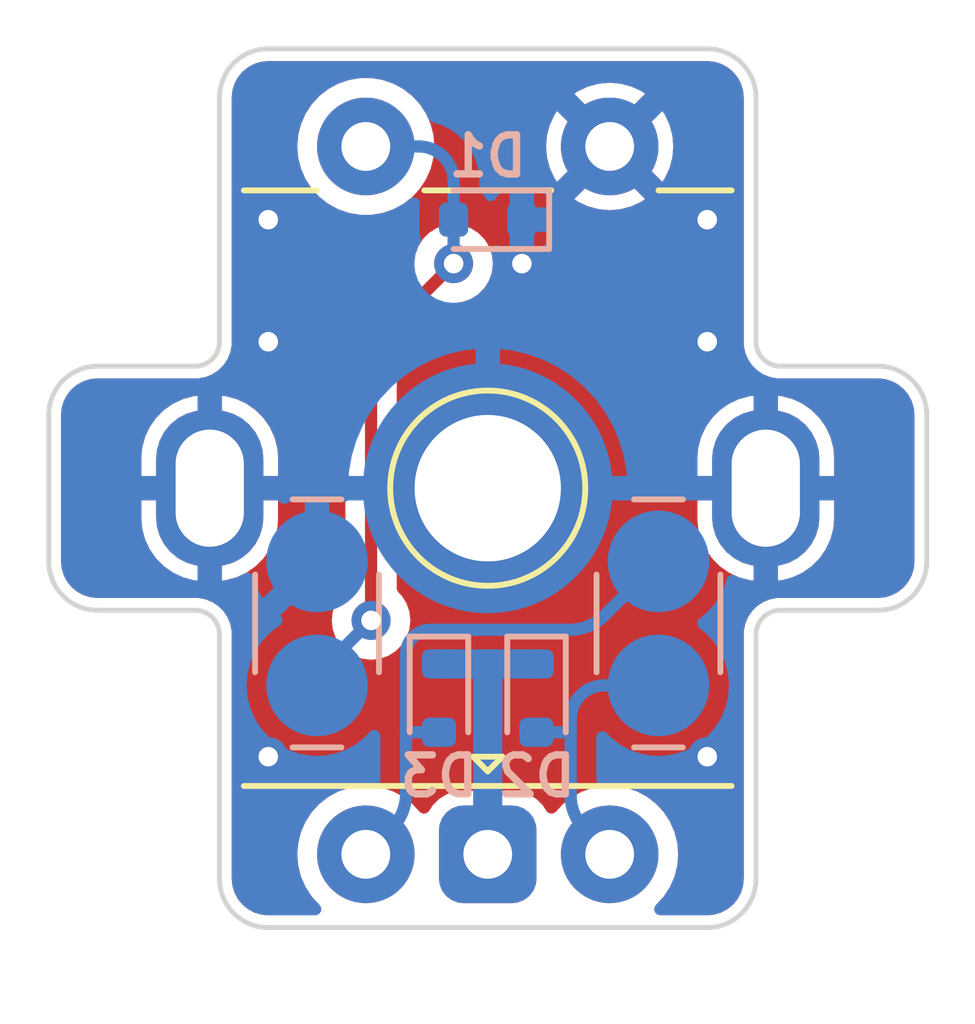
<source format=kicad_pcb>
(kicad_pcb (version 20240108) (generator "pcbnew") (generator_version "8.0")
  (title_block (title "Encoder Module") (date "2024-10-06"))
  (layers (0 "F.Cu" signal) (31 "B.Cu" signal) (34 "B.Paste" user) (35 "F.Paste" user) (36 "B.SilkS" user "B.Silkscreen") (37 "F.SilkS" user "F.Silkscreen") (38 "B.Mask" user) (39 "F.Mask" user) (44 "Edge.Cuts" user))
  (net 0 "")
  (net 1 "GND")
  (net 2 "/S")
  (net 3 "/B")
  (net 4 "/A")
  (footprint "keyboard:Bourns_PEC11L-Switch" (layer "F.Cu") (at 100 100)
    (property "Reference" "SW1" (hide yes))
    (property "Value" "RotaryEncoder_Switch")
    (fp_line (start -5 -6.1) (end -3.5 -6.1) (stroke (width 0.12)) (layer "F.SilkS"))
    (fp_line (start -5 6.1) (end 5 6.1) (stroke (width 0.12)) (layer "F.SilkS"))
    (fp_line (start -1.3 -6.1) (end 1.3 -6.1) (stroke (width 0.12)) (layer "F.SilkS"))
    (fp_line (start -0.3 5.5) (end 0.3 5.5) (stroke (width 0.12)) (layer "F.SilkS"))
    (fp_line (start 0 5.8) (end -0.3 5.5) (stroke (width 0.12)) (layer "F.SilkS"))
    (fp_line (start 0.3 5.5) (end 0 5.8) (stroke (width 0.12)) (layer "F.SilkS"))
    (fp_line (start 3.5 -6.1) (end 5 -6.1) (stroke (width 0.12)) (layer "F.SilkS"))
    (fp_circle (center 0 0) (end 0 -2) (stroke (width 0.12)) (fill none) (layer "F.SilkS"))
    (pad "A" thru_hole circle (at -2.5 7.5 90) (size 2 2) (drill 1) (layers "*.Cu" "F.Mask") (net 4 "/A"))
    (pad "B" thru_hole circle (at 2.5 7.5 90) (size 2 2) (drill 1) (layers "*.Cu" "F.Mask") (net 3 "/B"))
    (pad "C" thru_hole roundrect (at 0 7.5 90) (size 2 2) (drill 1) (layers "*.Cu" "F.Mask") (net 1 "GND"))
    (pad "MP" thru_hole roundrect (at -5.7 0 90) (size 3.2 2.2) (drill oval 2.4 1.4) (layers "*.Cu" "*.Mask") (roundrect_rratio 0.4545454545) (net 1 "GND"))
    (pad "MP" thru_hole roundrect (at 5.7 0 90) (size 3.2 2.2) (drill oval 2.4 1.4) (layers "*.Cu" "*.Mask") (roundrect_rratio 0.4545454545) (net 1 "GND"))
    (pad "S1" thru_hole circle (at 2.5 -7 90) (size 2 2) (drill 1) (layers "*.Cu" "F.Mask") (net 1 "GND"))
    (pad "S2" thru_hole circle (at -2.5 -7 90) (size 2 2) (drill 1) (layers "*.Cu" "F.Mask") (net 2 "/S"))
  )
  (footprint "Diode_SMD:D_SOD-523" (layer "B.Cu") (at 100 94.5 180)
    (property "Reference" "D1" (at 0 1.3 0) (layer "B.SilkS") (effects (font (size 0.8 0.8)) (justify mirror)))
    (property "Value" "TPD1E10B06DYAR")
    (fp_line (start -1.26 0.6) (end 0.7 0.6) (stroke (width 0.12)) (layer "B.SilkS"))
    (fp_line (start -1.26 -0.6) (end 0.7 -0.6) (stroke (width 0.12)) (layer "B.SilkS"))
    (fp_line (start -1.26 -0.6) (end -1.26 0.6) (stroke (width 0.12)) (layer "B.SilkS"))
    (pad "1" smd roundrect (at -0.7 0) (size 0.6 0.7) (layers "B.Cu" "B.Paste" "B.Mask") (net 1 "GND"))
    (pad "2" smd roundrect (at 0.7 0) (size 0.6 0.7) (layers "B.Cu" "B.Paste" "B.Mask") (net 2 "/S"))
  )
  (footprint "Diode_SMD:D_SOD-523" (layer "B.Cu") (at 99 104.3 -90)
    (property "Reference" "D3" (at 1.6 0 180) (layer "B.SilkS") (effects (font (size 0.8 0.8)) (justify mirror)))
    (property "Value" "TPD1E10B06DYAR")
    (fp_line (start -1.26 0.6) (end 0.7 0.6) (stroke (width 0.12)) (layer "B.SilkS"))
    (fp_line (start -1.26 -0.6) (end -1.26 0.6) (stroke (width 0.12)) (layer "B.SilkS"))
    (fp_line (start -1.26 -0.6) (end 0.7 -0.6) (stroke (width 0.12)) (layer "B.SilkS"))
    (pad "1" smd roundrect (at -0.7 0 90) (size 0.6 0.7) (layers "B.Cu" "B.Paste" "B.Mask") (net 1 "GND"))
    (pad "2" smd roundrect (at 0.7 0 90) (size 0.6 0.7) (layers "B.Cu" "B.Paste" "B.Mask") (net 4 "/A"))
  )
  (footprint "keyboard:Mill-Max_811-22-002-03-004101" (layer "B.Cu") (at 96.5 104.04)
    (property "Reference" "J1" (hide yes))
    (property "Value" "Pogo Pins 1")
    (fp_line (start -1.27 -0.27) (end -1.27 -2.27) (stroke (width 0.12)) (layer "B.SilkS"))
    (fp_line (start 0.5 -3.81) (end -0.5 -3.81) (stroke (width 0.12)) (layer "B.SilkS"))
    (fp_line (start 0.5 1.27) (end -0.5 1.27) (stroke (width 0.12)) (layer "B.SilkS"))
    (fp_line (start 1.27 -0.27) (end 1.27 -2.27) (stroke (width 0.12)) (layer "B.SilkS"))
    (pad "1" smd circle (at 0 0) (size 2.08 2.08) (layers "B.Cu" "B.Paste" "B.Mask") (net 2 "/S"))
    (pad "2" smd circle (at 0 -2.54) (size 2.08 2.08) (layers "B.Cu" "B.Paste" "B.Mask") (net 1 "GND"))
  )
  (footprint "keyboard:Mill-Max_811-22-002-03-004101" (layer "B.Cu") (at 103.5 104.04)
    (property "Reference" "J2" (hide yes))
    (property "Value" "Pogo Pins 2")
    (fp_line (start -1.27 -0.27) (end -1.27 -2.27) (stroke (width 0.12)) (layer "B.SilkS"))
    (fp_line (start 0.5 -3.81) (end -0.5 -3.81) (stroke (width 0.12)) (layer "B.SilkS"))
    (fp_line (start 0.5 1.27) (end -0.5 1.27) (stroke (width 0.12)) (layer "B.SilkS"))
    (fp_line (start 1.27 -0.27) (end 1.27 -2.27) (stroke (width 0.12)) (layer "B.SilkS"))
    (pad "1" smd circle (at 0 0) (size 2.08 2.08) (layers "B.Cu" "B.Paste" "B.Mask") (net 3 "/B"))
    (pad "2" smd circle (at 0 -2.54) (size 2.08 2.08) (layers "B.Cu" "B.Paste" "B.Mask") (net 4 "/A"))
  )
  (footprint "Diode_SMD:D_SOD-523" (layer "B.Cu") (at 101 104.3 -90)
    (property "Reference" "D2" (at 1.6 0 0) (layer "B.SilkS") (effects (font (size 0.8 0.8)) (justify mirror)))
    (property "Value" "TPD1E10B06DYAR")
    (fp_line (start -1.26 0.6) (end 0.7 0.6) (stroke (width 0.12)) (layer "B.SilkS"))
    (fp_line (start -1.26 -0.6) (end -1.26 0.6) (stroke (width 0.12)) (layer "B.SilkS"))
    (fp_line (start -1.26 -0.6) (end 0.7 -0.6) (stroke (width 0.12)) (layer "B.SilkS"))
    (pad "1" smd roundrect (at -0.7 0 90) (size 0.6 0.7) (layers "B.Cu" "B.Paste" "B.Mask") (net 1 "GND"))
    (pad "2" smd roundrect (at 0.7 0 90) (size 0.6 0.7) (layers "B.Cu" "B.Paste" "B.Mask") (net 3 "/B"))
  )
  (footprint "keyboard:Wurth_9774005243" (layer "B.Cu") (at 100 100 45)
    (property "Reference" "H1" (hide yes))
    (property "Value" "9774005243")
    (pad "1" thru_hole circle (at 0 0 45) (size 4 4) (drill 3) (layers "*.Cu" "B.Mask") (net 1 "GND"))
    (pad "1" smd circle (at 0 0 45) (size 5.12 5.12) (layers "B.Cu" "B.Mask") (net 1 "GND"))
  )
  (gr_arc (start 108 97.5) (mid 108.707107 97.792893) (end 109 98.5) (stroke (width 0.1)) (layer "Edge.Cuts"))
  (gr_line (start 94.5 103) (end 94.5 108) (stroke (width 0.1)) (layer "Edge.Cuts"))
  (gr_arc (start 92 102.5) (mid 91.292893 102.207107) (end 91 101.5) (stroke (width 0.1)) (layer "Edge.Cuts"))
  (gr_arc (start 91 98.5) (mid 91.292893 97.792893) (end 92 97.5) (stroke (width 0.1)) (layer "Edge.Cuts"))
  (gr_arc (start 94 102.5) (mid 94.353553 102.646447) (end 94.5 103) (stroke (width 0.1)) (layer "Edge.Cuts"))
  (gr_line (start 104.5 91) (end 95.5 91) (stroke (width 0.1)) (layer "Edge.Cuts"))
  (gr_line (start 109 98.5) (end 109 101.5) (stroke (width 0.1)) (layer "Edge.Cuts"))
  (gr_line (start 105.5 97) (end 105.5 92) (stroke (width 0.1)) (layer "Edge.Cuts"))
  (gr_line (start 104.5 109) (end 95.5 109) (stroke (width 0.1)) (layer "Edge.Cuts"))
  (gr_line (start 106 102.5) (end 108 102.5) (stroke (width 0.1)) (layer "Edge.Cuts"))
  (gr_arc (start 105.5 108) (mid 105.207107 108.707107) (end 104.5 109) (stroke (width 0.1)) (layer "Edge.Cuts"))
  (gr_line (start 108 97.5) (end 106 97.5) (stroke (width 0.1)) (layer "Edge.Cuts"))
  (gr_arc (start 94.5 92) (mid 94.792893 91.292893) (end 95.5 91) (stroke (width 0.1)) (layer "Edge.Cuts"))
  (gr_arc (start 109 101.5) (mid 108.707107 102.207107) (end 108 102.5) (stroke (width 0.1)) (layer "Edge.Cuts"))
  (gr_arc (start 106 97.5) (mid 105.646447 97.353553) (end 105.5 97) (stroke (width 0.1)) (layer "Edge.Cuts"))
  (gr_line (start 92 102.5) (end 94 102.5) (stroke (width 0.1)) (layer "Edge.Cuts"))
  (gr_arc (start 105.5 103) (mid 105.646447 102.646447) (end 106 102.5) (stroke (width 0.1)) (layer "Edge.Cuts"))
  (gr_line (start 94.5 97) (end 94.5 92) (stroke (width 0.1)) (layer "Edge.Cuts"))
  (gr_arc (start 95.5 109) (mid 94.792893 108.707107) (end 94.5 108) (stroke (width 0.1)) (layer "Edge.Cuts"))
  (gr_arc (start 94.5 97) (mid 94.353553 97.353553) (end 94 97.5) (stroke (width 0.1)) (layer "Edge.Cuts"))
  (gr_line (start 92 97.5) (end 94 97.5) (stroke (width 0.1)) (layer "Edge.Cuts"))
  (gr_line (start 105.5 108) (end 105.5 103) (stroke (width 0.1)) (layer "Edge.Cuts"))
  (gr_line (start 91 98.5) (end 91 101.5) (stroke (width 0.1)) (layer "Edge.Cuts"))
  (gr_arc (start 104.5 91) (mid 105.207107 91.292893) (end 105.5 92) (stroke (width 0.1)) (layer "Edge.Cuts"))
  (via (at 95.5 94.5) (size 0.8) (drill 0.4) (layers "F.Cu" "B.Cu") (net 1))
  (via (at 104.5 97) (size 0.8) (drill 0.4) (layers "F.Cu" "B.Cu") (net 1))
  (via (at 95.5 97) (size 0.8) (drill 0.4) (layers "F.Cu" "B.Cu") (net 1))
  (via (at 100.7 95.4) (size 0.8) (drill 0.4) (layers "F.Cu" "B.Cu") (net 1))
  (via (at 95.5 105.5) (size 0.8) (drill 0.4) (layers "F.Cu" "B.Cu") (net 1))
  (via (at 104.5 105.5) (size 0.8) (drill 0.4) (layers "F.Cu" "B.Cu") (net 1))
  (via (at 104.5 94.5) (size 0.8) (drill 0.4) (layers "F.Cu" "B.Cu") (net 1))
  (segment (start 96.5 100) (end 100 100) (width 0.5) (layer "B.Cu") (net 1))
  (segment (start 100 100) (end 105.7 100) (width 0.5) (layer "B.Cu") (net 1))
  (segment (start 96.5 101.5) (end 96.5 100) (width 0.5) (layer "B.Cu") (net 1))
  (segment (start 99 103.6) (end 100 103.6) (width 0.6) (layer "B.Cu") (net 1))
  (segment (start 100 103.6) (end 101 103.6) (width 0.6) (layer "B.Cu") (net 1))
  (segment (start 100 107.5) (end 100 103.6) (width 0.6) (layer "B.Cu") (net 1))
  (segment (start 96.5 100) (end 94.3 100) (width 0.5) (layer "B.Cu") (net 1))
  (segment (start 98.193639 96.506361) (end 99.3 95.4) (width 0.25) (layer "F.Cu") (net 2))
  (segment (start 97.607852 102.708566) (end 97.607852 97.920575) (width 0.25) (layer "F.Cu") (net 2))
  (via (at 99.3 95.4) (size 0.8) (drill 0.4) (layers "F.Cu" "B.Cu") (net 2))
  (via (at 97.607852 102.708566) (size 0.8) (drill 0.4) (layers "F.Cu" "B.Cu") (net 2))
  (arc (start 97.607852 97.920575) (mid 97.760093 97.155208) (end 98.193639 96.506361) (width 0.25) (layer "F.Cu") (net 2))
  (segment (start 99.3 93.714478) (end 99.3 94.5) (width 0.25) (layer "B.Cu") (net 2))
  (segment (start 97.607852 102.708566) (end 96.5 103.816418) (width 0.25) (layer "B.Cu") (net 2))
  (segment (start 97.5 93) (end 98.585522 93) (width 0.25) (layer "B.Cu") (net 2))
  (segment (start 99.3 94.5) (end 99.3 95.4) (width 0.25) (layer "B.Cu") (net 2))
  (arc (start 98.585522 93) (mid 99.090734 93.209266) (end 99.3 93.714478) (width 0.25) (layer "B.Cu") (net 2))
  (segment (start 102.390999 104.04) (end 103.5 104.04) (width 0.25) (layer "B.Cu") (net 3))
  (segment (start 101 105) (end 101.7 105) (width 0.25) (layer "B.Cu") (net 3))
  (segment (start 101.7 106.285786) (end 101.7 105) (width 0.25) (layer "B.Cu") (net 3))
  (segment (start 101.7 105) (end 101.7 104.730999) (width 0.25) (layer "B.Cu") (net 3))
  (arc (start 101.992893 106.992893) (mid 101.77612 106.66847) (end 101.7 106.285786) (width 0.25) (layer "B.Cu") (net 3))
  (arc (start 101.7 104.730999) (mid 101.902389 104.242389) (end 102.390999 104.04) (width 0.25) (layer "B.Cu") (net 3))
  (segment (start 101.685786 102.9) (end 98.822062 102.9) (width 0.25) (layer "B.Cu") (net 4))
  (segment (start 103.5 101.5) (end 102.392893 102.607107) (width 0.25) (layer "B.Cu") (net 4))
  (segment (start 98.325 103.397062) (end 98.325 105) (width 0.25) (layer "B.Cu") (net 4))
  (segment (start 99 105) (end 98.325 105) (width 0.25) (layer "B.Cu") (net 4))
  (segment (start 98.325 105) (end 98.325 106.260786) (width 0.25) (layer "B.Cu") (net 4))
  (arc (start 98.325 106.260786) (mid 98.24888 106.643469) (end 98.032107 106.967893) (width 0.25) (layer "B.Cu") (net 4))
  (arc (start 102.392893 102.607107) (mid 102.06847 102.82388) (end 101.685786 102.9) (width 0.25) (layer "B.Cu") (net 4))
  (arc (start 98.822062 102.9) (mid 98.470586 103.045586) (end 98.325 103.397062) (width 0.25) (layer "B.Cu") (net 4))
  (zone (net 1) (net_name "GND") (layers "F&B.Cu") (connect_pads (clearance 0.4)) (min_thickness 0.25) (fill yes (thermal_gap 0.3) (thermal_bridge_width 0.5))
    (polygon (pts (xy 110 110) (xy 90 110) (xy 90 90) (xy 110 90)))
  )
  (zone (net 0) (net_name "") (layer "B.Cu") (connect_pads (clearance 0)) (min_thickness 0.25)
    (keepout (tracks allowed) (vias allowed) (pads allowed) (copperpour not_allowed) (footprints allowed))
    (fill (thermal_gap 0.5) (thermal_bridge_width 0.5))
    (polygon (pts (xy 99.55 103.3) (xy 99.55 106.2) (xy 100.4 106.2) (xy 100.4 103.3)))
  )
)
</source>
